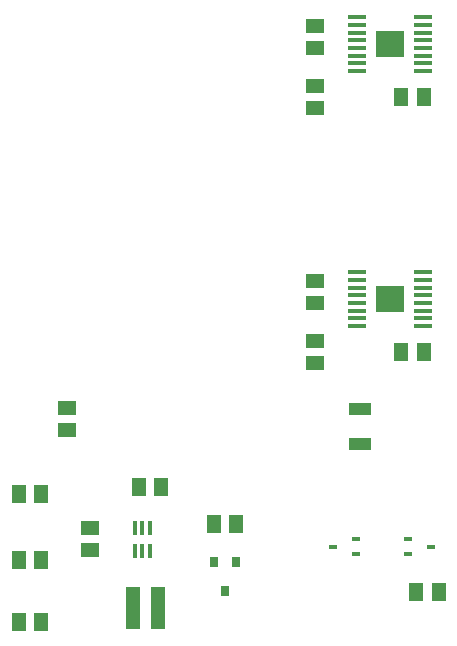
<source format=gbr>
G04 EAGLE Gerber X2 export*
%TF.Part,Single*%
%TF.FileFunction,Paste,Top*%
%TF.FilePolarity,Positive*%
%TF.GenerationSoftware,Autodesk,EAGLE,9.1.1*%
%TF.CreationDate,2018-08-07T15:37:49Z*%
G75*
%MOMM*%
%FSLAX34Y34*%
%LPD*%
%AMOC8*
5,1,8,0,0,1.08239X$1,22.5*%
G01*
%ADD10R,1.600000X0.300000*%
%ADD11R,2.460000X2.310000*%
%ADD12R,1.500000X1.300000*%
%ADD13R,1.300000X1.500000*%
%ADD14R,0.660400X0.914400*%
%ADD15R,1.300000X1.600000*%
%ADD16R,0.355600X1.168400*%
%ADD17R,1.143000X3.556000*%
%ADD18R,1.905000X0.990600*%
%ADD19R,0.685100X0.437100*%


D10*
X378400Y326500D03*
X378400Y333000D03*
X378400Y346000D03*
X378400Y339500D03*
X378400Y352500D03*
X378400Y359000D03*
X378400Y365500D03*
X378400Y372000D03*
X434400Y326500D03*
X434400Y333000D03*
X434400Y346000D03*
X434400Y339500D03*
X434400Y352500D03*
X434400Y359000D03*
X434400Y365500D03*
X434400Y372000D03*
D11*
X406400Y349250D03*
D12*
X342900Y365100D03*
X342900Y346100D03*
D13*
X415950Y304800D03*
X434950Y304800D03*
D10*
X378400Y542400D03*
X378400Y548900D03*
X378400Y561900D03*
X378400Y555400D03*
X378400Y568400D03*
X378400Y574900D03*
X378400Y581400D03*
X378400Y587900D03*
X434400Y542400D03*
X434400Y548900D03*
X434400Y561900D03*
X434400Y555400D03*
X434400Y568400D03*
X434400Y574900D03*
X434400Y581400D03*
X434400Y587900D03*
D11*
X406400Y565150D03*
D12*
X342900Y581000D03*
X342900Y562000D03*
D13*
X415950Y520700D03*
X434950Y520700D03*
X212700Y190500D03*
X193700Y190500D03*
D12*
X152400Y136550D03*
X152400Y155550D03*
D13*
X276200Y158750D03*
X257200Y158750D03*
X92100Y76200D03*
X111100Y76200D03*
D14*
X276200Y126746D03*
X257200Y126746D03*
X266700Y101854D03*
D15*
X92100Y128270D03*
X111100Y128270D03*
X92100Y184150D03*
X111100Y184150D03*
D16*
X203350Y155829D03*
X196850Y155829D03*
X190350Y155829D03*
X190350Y136271D03*
X196850Y136271D03*
X203350Y136271D03*
D17*
X209890Y87630D03*
X188890Y87630D03*
D12*
X342900Y530200D03*
X342900Y511200D03*
X342900Y314300D03*
X342900Y295300D03*
D18*
X381000Y226314D03*
X381000Y256286D03*
D19*
X377875Y133200D03*
X377875Y146200D03*
X358725Y139700D03*
X422225Y146200D03*
X422225Y133200D03*
X441375Y139700D03*
D13*
X447650Y101600D03*
X428650Y101600D03*
D12*
X133350Y257150D03*
X133350Y238150D03*
M02*

</source>
